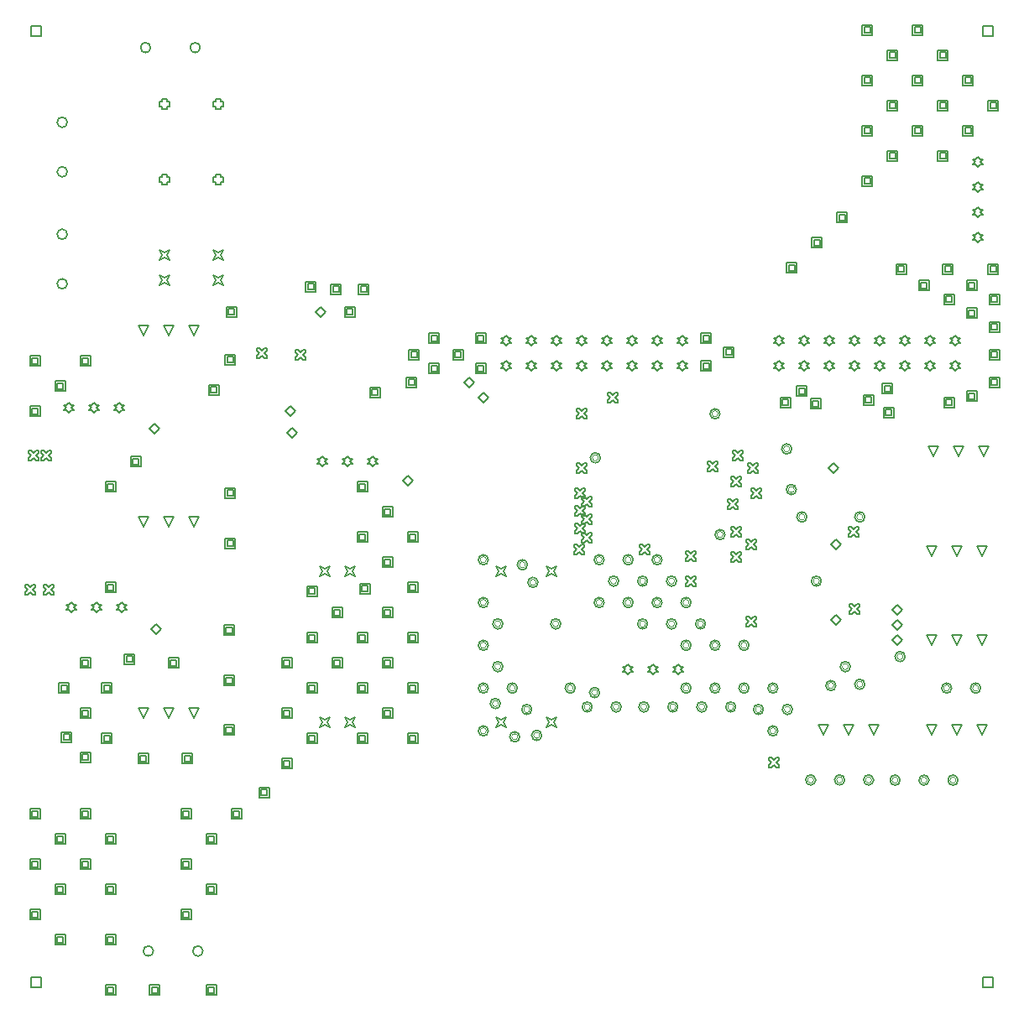
<source format=gbr>
G04 Layer_Color=2752767*
%FSLAX26Y26*%
%MOIN*%
%TF.FileFunction,Drawing*%
%TF.Part,Single*%
G01*
G75*
%TA.AperFunction,NonConductor*%
%ADD48C,0.005000*%
%ADD97C,0.006667*%
%ADD98C,0.004000*%
D48*
X-20000Y-20000D02*
Y20000D01*
X20000D01*
Y-20000D01*
X-20000D01*
X3759526D02*
Y20000D01*
X3799526D01*
Y-20000D01*
X3759526D01*
Y3759528D02*
Y3799528D01*
X3799526D01*
Y3759528D01*
X3759526D01*
X-20000D02*
Y3799528D01*
X20000D01*
Y3759528D01*
X-20000D01*
X625002Y2570000D02*
X605002Y2610000D01*
X645002D01*
X625002Y2570000D01*
X525002D02*
X505002Y2610000D01*
X545002D01*
X525002Y2570000D01*
X425002D02*
X405002Y2610000D01*
X445002D01*
X425002Y2570000D01*
X625002Y1810500D02*
X605002Y1850500D01*
X645002D01*
X625002Y1810500D01*
X525002D02*
X505002Y1850500D01*
X545002D01*
X525002Y1810500D01*
X425002D02*
X405002Y1850500D01*
X445002D01*
X425002Y1810500D01*
X625002Y1051000D02*
X605002Y1091000D01*
X645002D01*
X625002Y1051000D01*
X525002D02*
X505002Y1091000D01*
X545002D01*
X525002Y1051000D01*
X425002D02*
X405002Y1091000D01*
X445002D01*
X425002Y1051000D01*
X3761001Y2090000D02*
X3741001Y2130000D01*
X3781001D01*
X3761001Y2090000D01*
X3661001D02*
X3641001Y2130000D01*
X3681001D01*
X3661001Y2090000D01*
X3561001D02*
X3541001Y2130000D01*
X3581001D01*
X3561001Y2090000D01*
X3554996Y1695000D02*
X3534996Y1735000D01*
X3574996D01*
X3554996Y1695000D01*
X3654996D02*
X3634996Y1735000D01*
X3674996D01*
X3654996Y1695000D01*
X3754996D02*
X3734996Y1735000D01*
X3774996D01*
X3754996Y1695000D01*
X3325001Y985000D02*
X3305001Y1025000D01*
X3345001D01*
X3325001Y985000D01*
X3225001D02*
X3205001Y1025000D01*
X3245001D01*
X3225001Y985000D01*
X3125001D02*
X3105001Y1025000D01*
X3145001D01*
X3125001Y985000D01*
X3754999Y985000D02*
X3734999Y1025000D01*
X3774999D01*
X3754999Y985000D01*
X3654999D02*
X3634999Y1025000D01*
X3674999D01*
X3654999Y985000D01*
X3554999D02*
X3534999Y1025000D01*
X3574999D01*
X3554999Y985000D01*
X3754999Y1340413D02*
X3734999Y1380413D01*
X3774999D01*
X3754999Y1340413D01*
X3654999D02*
X3634999Y1380413D01*
X3674999D01*
X3654999Y1340413D01*
X3554999D02*
X3534999Y1380413D01*
X3574999D01*
X3554999Y1340413D01*
X2065000Y2530000D02*
X2075000Y2540000D01*
X2085000D01*
X2075000Y2550000D01*
X2085000Y2560000D01*
X2075000D01*
X2065000Y2570000D01*
X2055000Y2560000D01*
X2045000D01*
X2055000Y2550000D01*
X2045000Y2540000D01*
X2055000D01*
X2065000Y2530000D01*
X1965000D02*
X1975000Y2540000D01*
X1985000D01*
X1975000Y2550000D01*
X1985000Y2560000D01*
X1975000D01*
X1965000Y2570000D01*
X1955000Y2560000D01*
X1945000D01*
X1955000Y2550000D01*
X1945000Y2540000D01*
X1955000D01*
X1965000Y2530000D01*
X2565000D02*
X2575000Y2540000D01*
X2585000D01*
X2575000Y2550000D01*
X2585000Y2560000D01*
X2575000D01*
X2565000Y2570000D01*
X2555000Y2560000D01*
X2545000D01*
X2555000Y2550000D01*
X2545000Y2540000D01*
X2555000D01*
X2565000Y2530000D01*
X2465000D02*
X2475000Y2540000D01*
X2485000D01*
X2475000Y2550000D01*
X2485000Y2560000D01*
X2475000D01*
X2465000Y2570000D01*
X2455000Y2560000D01*
X2445000D01*
X2455000Y2550000D01*
X2445000Y2540000D01*
X2455000D01*
X2465000Y2530000D01*
X2365000D02*
X2375000Y2540000D01*
X2385000D01*
X2375000Y2550000D01*
X2385000Y2560000D01*
X2375000D01*
X2365000Y2570000D01*
X2355000Y2560000D01*
X2345000D01*
X2355000Y2550000D01*
X2345000Y2540000D01*
X2355000D01*
X2365000Y2530000D01*
X2265000D02*
X2275000Y2540000D01*
X2285000D01*
X2275000Y2550000D01*
X2285000Y2560000D01*
X2275000D01*
X2265000Y2570000D01*
X2255000Y2560000D01*
X2245000D01*
X2255000Y2550000D01*
X2245000Y2540000D01*
X2255000D01*
X2265000Y2530000D01*
X2165000D02*
X2175000Y2540000D01*
X2185000D01*
X2175000Y2550000D01*
X2185000Y2560000D01*
X2175000D01*
X2165000Y2570000D01*
X2155000Y2560000D01*
X2145000D01*
X2155000Y2550000D01*
X2145000Y2540000D01*
X2155000D01*
X2165000Y2530000D01*
X1865000D02*
X1875000Y2540000D01*
X1885000D01*
X1875000Y2550000D01*
X1885000Y2560000D01*
X1875000D01*
X1865000Y2570000D01*
X1855000Y2560000D01*
X1845000D01*
X1855000Y2550000D01*
X1845000Y2540000D01*
X1855000D01*
X1865000Y2530000D01*
X2065000Y2430000D02*
X2075000Y2440000D01*
X2085000D01*
X2075000Y2450000D01*
X2085000Y2460000D01*
X2075000D01*
X2065000Y2470000D01*
X2055000Y2460000D01*
X2045000D01*
X2055000Y2450000D01*
X2045000Y2440000D01*
X2055000D01*
X2065000Y2430000D01*
X1965000D02*
X1975000Y2440000D01*
X1985000D01*
X1975000Y2450000D01*
X1985000Y2460000D01*
X1975000D01*
X1965000Y2470000D01*
X1955000Y2460000D01*
X1945000D01*
X1955000Y2450000D01*
X1945000Y2440000D01*
X1955000D01*
X1965000Y2430000D01*
X2565000D02*
X2575000Y2440000D01*
X2585000D01*
X2575000Y2450000D01*
X2585000Y2460000D01*
X2575000D01*
X2565000Y2470000D01*
X2555000Y2460000D01*
X2545000D01*
X2555000Y2450000D01*
X2545000Y2440000D01*
X2555000D01*
X2565000Y2430000D01*
X2465000D02*
X2475000Y2440000D01*
X2485000D01*
X2475000Y2450000D01*
X2485000Y2460000D01*
X2475000D01*
X2465000Y2470000D01*
X2455000Y2460000D01*
X2445000D01*
X2455000Y2450000D01*
X2445000Y2440000D01*
X2455000D01*
X2465000Y2430000D01*
X2365000D02*
X2375000Y2440000D01*
X2385000D01*
X2375000Y2450000D01*
X2385000Y2460000D01*
X2375000D01*
X2365000Y2470000D01*
X2355000Y2460000D01*
X2345000D01*
X2355000Y2450000D01*
X2345000Y2440000D01*
X2355000D01*
X2365000Y2430000D01*
X2265000D02*
X2275000Y2440000D01*
X2285000D01*
X2275000Y2450000D01*
X2285000Y2460000D01*
X2275000D01*
X2265000Y2470000D01*
X2255000Y2460000D01*
X2245000D01*
X2255000Y2450000D01*
X2245000Y2440000D01*
X2255000D01*
X2265000Y2430000D01*
X2165000D02*
X2175000Y2440000D01*
X2185000D01*
X2175000Y2450000D01*
X2185000Y2460000D01*
X2175000D01*
X2165000Y2470000D01*
X2155000Y2460000D01*
X2145000D01*
X2155000Y2450000D01*
X2145000Y2440000D01*
X2155000D01*
X2165000Y2430000D01*
X1865000D02*
X1875000Y2440000D01*
X1885000D01*
X1875000Y2450000D01*
X1885000Y2460000D01*
X1875000D01*
X1865000Y2470000D01*
X1855000Y2460000D01*
X1845000D01*
X1855000Y2450000D01*
X1845000Y2440000D01*
X1855000D01*
X1865000Y2430000D01*
X3150000D02*
X3160000Y2440000D01*
X3170000D01*
X3160000Y2450000D01*
X3170000Y2460000D01*
X3160000D01*
X3150000Y2470000D01*
X3140000Y2460000D01*
X3130000D01*
X3140000Y2450000D01*
X3130000Y2440000D01*
X3140000D01*
X3150000Y2430000D01*
X3050000D02*
X3060000Y2440000D01*
X3070000D01*
X3060000Y2450000D01*
X3070000Y2460000D01*
X3060000D01*
X3050000Y2470000D01*
X3040000Y2460000D01*
X3030000D01*
X3040000Y2450000D01*
X3030000Y2440000D01*
X3040000D01*
X3050000Y2430000D01*
X3650000D02*
X3660000Y2440000D01*
X3670000D01*
X3660000Y2450000D01*
X3670000Y2460000D01*
X3660000D01*
X3650000Y2470000D01*
X3640000Y2460000D01*
X3630000D01*
X3640000Y2450000D01*
X3630000Y2440000D01*
X3640000D01*
X3650000Y2430000D01*
X3550000D02*
X3560000Y2440000D01*
X3570000D01*
X3560000Y2450000D01*
X3570000Y2460000D01*
X3560000D01*
X3550000Y2470000D01*
X3540000Y2460000D01*
X3530000D01*
X3540000Y2450000D01*
X3530000Y2440000D01*
X3540000D01*
X3550000Y2430000D01*
X3450000D02*
X3460000Y2440000D01*
X3470000D01*
X3460000Y2450000D01*
X3470000Y2460000D01*
X3460000D01*
X3450000Y2470000D01*
X3440000Y2460000D01*
X3430000D01*
X3440000Y2450000D01*
X3430000Y2440000D01*
X3440000D01*
X3450000Y2430000D01*
X3350000D02*
X3360000Y2440000D01*
X3370000D01*
X3360000Y2450000D01*
X3370000Y2460000D01*
X3360000D01*
X3350000Y2470000D01*
X3340000Y2460000D01*
X3330000D01*
X3340000Y2450000D01*
X3330000Y2440000D01*
X3340000D01*
X3350000Y2430000D01*
X3250000D02*
X3260000Y2440000D01*
X3270000D01*
X3260000Y2450000D01*
X3270000Y2460000D01*
X3260000D01*
X3250000Y2470000D01*
X3240000Y2460000D01*
X3230000D01*
X3240000Y2450000D01*
X3230000Y2440000D01*
X3240000D01*
X3250000Y2430000D01*
X2950000D02*
X2960000Y2440000D01*
X2970000D01*
X2960000Y2450000D01*
X2970000Y2460000D01*
X2960000D01*
X2950000Y2470000D01*
X2940000Y2460000D01*
X2930000D01*
X2940000Y2450000D01*
X2930000Y2440000D01*
X2940000D01*
X2950000Y2430000D01*
X3740000Y2940000D02*
X3750000Y2950000D01*
X3760000D01*
X3750000Y2960000D01*
X3760000Y2970000D01*
X3750000D01*
X3740000Y2980000D01*
X3730000Y2970000D01*
X3720000D01*
X3730000Y2960000D01*
X3720000Y2950000D01*
X3730000D01*
X3740000Y2940000D01*
Y3040000D02*
X3750000Y3050000D01*
X3760000D01*
X3750000Y3060000D01*
X3760000Y3070000D01*
X3750000D01*
X3740000Y3080000D01*
X3730000Y3070000D01*
X3720000D01*
X3730000Y3060000D01*
X3720000Y3050000D01*
X3730000D01*
X3740000Y3040000D01*
Y3140000D02*
X3750000Y3150000D01*
X3760000D01*
X3750000Y3160000D01*
X3760000Y3170000D01*
X3750000D01*
X3740000Y3180000D01*
X3730000Y3170000D01*
X3720000D01*
X3730000Y3160000D01*
X3720000Y3150000D01*
X3730000D01*
X3740000Y3140000D01*
Y3240000D02*
X3750000Y3250000D01*
X3760000D01*
X3750000Y3260000D01*
X3760000Y3270000D01*
X3750000D01*
X3740000Y3280000D01*
X3730000Y3270000D01*
X3720000D01*
X3730000Y3260000D01*
X3720000Y3250000D01*
X3730000D01*
X3740000Y3240000D01*
X3150000Y2530000D02*
X3160000Y2540000D01*
X3170000D01*
X3160000Y2550000D01*
X3170000Y2560000D01*
X3160000D01*
X3150000Y2570000D01*
X3140000Y2560000D01*
X3130000D01*
X3140000Y2550000D01*
X3130000Y2540000D01*
X3140000D01*
X3150000Y2530000D01*
X3050000D02*
X3060000Y2540000D01*
X3070000D01*
X3060000Y2550000D01*
X3070000Y2560000D01*
X3060000D01*
X3050000Y2570000D01*
X3040000Y2560000D01*
X3030000D01*
X3040000Y2550000D01*
X3030000Y2540000D01*
X3040000D01*
X3050000Y2530000D01*
X3650000D02*
X3660000Y2540000D01*
X3670000D01*
X3660000Y2550000D01*
X3670000Y2560000D01*
X3660000D01*
X3650000Y2570000D01*
X3640000Y2560000D01*
X3630000D01*
X3640000Y2550000D01*
X3630000Y2540000D01*
X3640000D01*
X3650000Y2530000D01*
X3550000D02*
X3560000Y2540000D01*
X3570000D01*
X3560000Y2550000D01*
X3570000Y2560000D01*
X3560000D01*
X3550000Y2570000D01*
X3540000Y2560000D01*
X3530000D01*
X3540000Y2550000D01*
X3530000Y2540000D01*
X3540000D01*
X3550000Y2530000D01*
X3450000D02*
X3460000Y2540000D01*
X3470000D01*
X3460000Y2550000D01*
X3470000Y2560000D01*
X3460000D01*
X3450000Y2570000D01*
X3440000Y2560000D01*
X3430000D01*
X3440000Y2550000D01*
X3430000Y2540000D01*
X3440000D01*
X3450000Y2530000D01*
X3350000D02*
X3360000Y2540000D01*
X3370000D01*
X3360000Y2550000D01*
X3370000Y2560000D01*
X3360000D01*
X3350000Y2570000D01*
X3340000Y2560000D01*
X3330000D01*
X3340000Y2550000D01*
X3330000Y2540000D01*
X3340000D01*
X3350000Y2530000D01*
X3250000D02*
X3260000Y2540000D01*
X3270000D01*
X3260000Y2550000D01*
X3270000Y2560000D01*
X3260000D01*
X3250000Y2570000D01*
X3240000Y2560000D01*
X3230000D01*
X3240000Y2550000D01*
X3230000Y2540000D01*
X3240000D01*
X3250000Y2530000D01*
X2950000D02*
X2960000Y2540000D01*
X2970000D01*
X2960000Y2550000D01*
X2970000Y2560000D01*
X2960000D01*
X2950000Y2570000D01*
X2940000Y2560000D01*
X2930000D01*
X2940000Y2550000D01*
X2930000Y2540000D01*
X2940000D01*
X2950000Y2530000D01*
X1225000Y1615000D02*
X1235000Y1635000D01*
X1225000Y1655000D01*
X1245000Y1645000D01*
X1265000Y1655000D01*
X1255000Y1635000D01*
X1265000Y1615000D01*
X1245000Y1625000D01*
X1225000Y1615000D01*
X1825000D02*
X1835000Y1635000D01*
X1825000Y1655000D01*
X1845000Y1645000D01*
X1865000Y1655000D01*
X1855000Y1635000D01*
X1865000Y1615000D01*
X1845000Y1625000D01*
X1825000Y1615000D01*
X2025000D02*
X2035000Y1635000D01*
X2025000Y1655000D01*
X2045000Y1645000D01*
X2065000Y1655000D01*
X2055000Y1635000D01*
X2065000Y1615000D01*
X2045000Y1625000D01*
X2025000Y1615000D01*
X1125000D02*
X1135000Y1635000D01*
X1125000Y1655000D01*
X1145000Y1645000D01*
X1165000Y1655000D01*
X1155000Y1635000D01*
X1165000Y1615000D01*
X1145000Y1625000D01*
X1125000Y1615000D01*
X2025000Y1015000D02*
X2035000Y1035000D01*
X2025000Y1055000D01*
X2045000Y1045000D01*
X2065000Y1055000D01*
X2055000Y1035000D01*
X2065000Y1015000D01*
X2045000Y1025000D01*
X2025000Y1015000D01*
X1825000D02*
X1835000Y1035000D01*
X1825000Y1055000D01*
X1845000Y1045000D01*
X1865000Y1055000D01*
X1855000Y1035000D01*
X1865000Y1015000D01*
X1845000Y1025000D01*
X1825000Y1015000D01*
X1225000D02*
X1235000Y1035000D01*
X1225000Y1055000D01*
X1245000Y1045000D01*
X1265000Y1055000D01*
X1255000Y1035000D01*
X1265000Y1015000D01*
X1245000Y1025000D01*
X1225000Y1015000D01*
X1125000D02*
X1135000Y1035000D01*
X1125000Y1055000D01*
X1145000Y1045000D01*
X1165000Y1055000D01*
X1155000Y1035000D01*
X1165000Y1015000D01*
X1145000Y1025000D01*
X1125000Y1015000D01*
X130000Y2265000D02*
X140000Y2275000D01*
X150000D01*
X140000Y2285000D01*
X150000Y2295000D01*
X140000D01*
X130000Y2305000D01*
X120000Y2295000D01*
X110000D01*
X120000Y2285000D01*
X110000Y2275000D01*
X120000D01*
X130000Y2265000D01*
X230000D02*
X240000Y2275000D01*
X250000D01*
X240000Y2285000D01*
X250000Y2295000D01*
X240000D01*
X230000Y2305000D01*
X220000Y2295000D01*
X210000D01*
X220000Y2285000D01*
X210000Y2275000D01*
X220000D01*
X230000Y2265000D01*
X330000D02*
X340000Y2275000D01*
X350000D01*
X340000Y2285000D01*
X350000Y2295000D01*
X340000D01*
X330000Y2305000D01*
X320000Y2295000D01*
X310000D01*
X320000Y2285000D01*
X310000Y2275000D01*
X320000D01*
X330000Y2265000D01*
X2350000Y1225000D02*
X2360000Y1235000D01*
X2370000D01*
X2360000Y1245000D01*
X2370000Y1255000D01*
X2360000D01*
X2350000Y1265000D01*
X2340000Y1255000D01*
X2330000D01*
X2340000Y1245000D01*
X2330000Y1235000D01*
X2340000D01*
X2350000Y1225000D01*
X2450000D02*
X2460000Y1235000D01*
X2470000D01*
X2460000Y1245000D01*
X2470000Y1255000D01*
X2460000D01*
X2450000Y1265000D01*
X2440000Y1255000D01*
X2430000D01*
X2440000Y1245000D01*
X2430000Y1235000D01*
X2440000D01*
X2450000Y1225000D01*
X2550000D02*
X2560000Y1235000D01*
X2570000D01*
X2560000Y1245000D01*
X2570000Y1255000D01*
X2560000D01*
X2550000Y1265000D01*
X2540000Y1255000D01*
X2530000D01*
X2540000Y1245000D01*
X2530000Y1235000D01*
X2540000D01*
X2550000Y1225000D01*
X139843Y1470000D02*
X149843Y1480000D01*
X159843D01*
X149843Y1490000D01*
X159843Y1500000D01*
X149843D01*
X139843Y1510000D01*
X129843Y1500000D01*
X119843D01*
X129843Y1490000D01*
X119843Y1480000D01*
X129843D01*
X139843Y1470000D01*
X239843D02*
X249843Y1480000D01*
X259842D01*
X249843Y1490000D01*
X259842Y1500000D01*
X249843D01*
X239843Y1510000D01*
X229843Y1500000D01*
X219843D01*
X229843Y1490000D01*
X219843Y1480000D01*
X229843D01*
X239843Y1470000D01*
X339842D02*
X349842Y1480000D01*
X359842D01*
X349842Y1490000D01*
X359842Y1500000D01*
X349842D01*
X339842Y1510000D01*
X329842Y1500000D01*
X319842D01*
X329842Y1490000D01*
X319842Y1480000D01*
X329842D01*
X339842Y1470000D01*
X1135000Y2050000D02*
X1145000Y2060000D01*
X1155000D01*
X1145000Y2070000D01*
X1155000Y2080000D01*
X1145000D01*
X1135000Y2090000D01*
X1125000Y2080000D01*
X1115000D01*
X1125000Y2070000D01*
X1115000Y2060000D01*
X1125000D01*
X1135000Y2050000D01*
X1235000D02*
X1245000Y2060000D01*
X1255000D01*
X1245000Y2070000D01*
X1255000Y2080000D01*
X1245000D01*
X1235000Y2090000D01*
X1225000Y2080000D01*
X1215000D01*
X1225000Y2070000D01*
X1215000Y2060000D01*
X1225000D01*
X1235000Y2050000D01*
X1335000D02*
X1345000Y2060000D01*
X1355000D01*
X1345000Y2070000D01*
X1355000Y2080000D01*
X1345000D01*
X1335000Y2090000D01*
X1325000Y2080000D01*
X1315000D01*
X1325000Y2070000D01*
X1315000Y2060000D01*
X1325000D01*
X1335000Y2050000D01*
X488787Y2770000D02*
X498787Y2790000D01*
X488787Y2810000D01*
X508787Y2800000D01*
X528787Y2810000D01*
X518787Y2790000D01*
X528787Y2770000D01*
X508787Y2780000D01*
X488787Y2770000D01*
Y2870000D02*
X498787Y2890000D01*
X488787Y2910000D01*
X508787Y2900000D01*
X528787Y2910000D01*
X518787Y2890000D01*
X528787Y2870000D01*
X508787Y2880000D01*
X488787Y2870000D01*
X498787Y3180000D02*
Y3170000D01*
X518787D01*
Y3180000D01*
X528787D01*
Y3200000D01*
X518787D01*
Y3210000D01*
X498787D01*
Y3200000D01*
X488787D01*
Y3180000D01*
X498787D01*
Y3480000D02*
Y3470000D01*
X518787D01*
Y3480000D01*
X528787D01*
Y3500000D01*
X518787D01*
Y3510000D01*
X498787D01*
Y3500000D01*
X488787D01*
Y3480000D01*
X498787D01*
X703787Y2770000D02*
X713787Y2790000D01*
X703787Y2810000D01*
X723787Y2800000D01*
X743787Y2810000D01*
X733787Y2790000D01*
X743787Y2770000D01*
X723787Y2780000D01*
X703787Y2770000D01*
Y2870000D02*
X713787Y2890000D01*
X703787Y2910000D01*
X723787Y2900000D01*
X743787Y2910000D01*
X733787Y2890000D01*
X743787Y2870000D01*
X723787Y2880000D01*
X703787Y2870000D01*
X713787Y3180000D02*
Y3170000D01*
X733787D01*
Y3180000D01*
X743787D01*
Y3200000D01*
X733787D01*
Y3210000D01*
X713787D01*
Y3200000D01*
X703787D01*
Y3180000D01*
X713787D01*
Y3480000D02*
Y3470000D01*
X733787D01*
Y3480000D01*
X743787D01*
Y3500000D01*
X733787D01*
Y3510000D01*
X713787D01*
Y3500000D01*
X703787D01*
Y3480000D01*
X713787D01*
X1029685Y2475000D02*
X1039685D01*
X1049685Y2485000D01*
X1059685Y2475000D01*
X1069685D01*
Y2485000D01*
X1059685Y2495000D01*
X1069685Y2505000D01*
Y2515000D01*
X1059685D01*
X1049685Y2505000D01*
X1039685Y2515000D01*
X1029685D01*
Y2505000D01*
X1039685Y2495000D01*
X1029685Y2485000D01*
Y2475000D01*
X874685Y2480000D02*
X884685D01*
X894685Y2490000D01*
X904685Y2480000D01*
X914685D01*
Y2490000D01*
X904685Y2500000D01*
X914685Y2510000D01*
Y2520000D01*
X904685D01*
X894685Y2510000D01*
X884685Y2520000D01*
X874685D01*
Y2510000D01*
X884685Y2500000D01*
X874685Y2490000D01*
Y2480000D01*
X30000Y1540000D02*
X40000D01*
X50000Y1550000D01*
X60000Y1540000D01*
X70000D01*
Y1550000D01*
X60000Y1560000D01*
X70000Y1570000D01*
Y1580000D01*
X60000D01*
X50000Y1570000D01*
X40000Y1580000D01*
X30000D01*
Y1570000D01*
X40000Y1560000D01*
X30000Y1550000D01*
Y1540000D01*
X-45000D02*
X-35000D01*
X-25000Y1550000D01*
X-15000Y1540000D01*
X-5000D01*
Y1550000D01*
X-15000Y1560000D01*
X-5000Y1570000D01*
Y1580000D01*
X-15000D01*
X-25000Y1570000D01*
X-35000Y1580000D01*
X-45000D01*
Y1570000D01*
X-35000Y1560000D01*
X-45000Y1550000D01*
Y1540000D01*
X20000Y2075000D02*
X30000D01*
X40000Y2085000D01*
X50000Y2075000D01*
X60000D01*
Y2085000D01*
X50000Y2095000D01*
X60000Y2105000D01*
Y2115000D01*
X50000D01*
X40000Y2105000D01*
X30000Y2115000D01*
X20000D01*
Y2105000D01*
X30000Y2095000D01*
X20000Y2085000D01*
Y2075000D01*
X-30000D02*
X-20000D01*
X-10000Y2085000D01*
X0Y2075000D01*
X10000D01*
Y2085000D01*
X0Y2095000D01*
X10000Y2105000D01*
Y2115000D01*
X0D01*
X-10000Y2105000D01*
X-20000Y2115000D01*
X-30000D01*
Y2105000D01*
X-20000Y2095000D01*
X-30000Y2085000D01*
Y2075000D01*
X990000Y2270000D02*
X1010000Y2290000D01*
X1030000Y2270000D01*
X1010000Y2250000D01*
X990000Y2270000D01*
X1109685Y2665000D02*
X1129685Y2685000D01*
X1149685Y2665000D01*
X1129685Y2645000D01*
X1109685Y2665000D01*
X450000Y2199882D02*
X470000Y2219882D01*
X490000Y2199882D01*
X470000Y2179882D01*
X450000Y2199882D01*
X455000Y1405000D02*
X475000Y1425000D01*
X495000Y1405000D01*
X475000Y1385000D01*
X455000Y1405000D01*
X3400000Y1360000D02*
X3420000Y1380000D01*
X3440000Y1360000D01*
X3420000Y1340000D01*
X3400000Y1360000D01*
Y1480000D02*
X3420000Y1500000D01*
X3440000Y1480000D01*
X3420000Y1460000D01*
X3400000Y1480000D01*
X3145000Y2045000D02*
X3165000Y2065000D01*
X3185000Y2045000D01*
X3165000Y2025000D01*
X3145000Y2045000D01*
X3155000Y1740000D02*
X3175000Y1760000D01*
X3195000Y1740000D01*
X3175000Y1720000D01*
X3155000Y1740000D01*
X3225000Y1770000D02*
X3235000D01*
X3245000Y1780000D01*
X3255000Y1770000D01*
X3265000D01*
Y1780000D01*
X3255000Y1790000D01*
X3265000Y1800000D01*
Y1810000D01*
X3255000D01*
X3245000Y1800000D01*
X3235000Y1810000D01*
X3225000D01*
Y1800000D01*
X3235000Y1790000D01*
X3225000Y1780000D01*
Y1770000D01*
X3230000Y1465000D02*
X3240000D01*
X3250000Y1475000D01*
X3260000Y1465000D01*
X3270000D01*
Y1475000D01*
X3260000Y1485000D01*
X3270000Y1495000D01*
Y1505000D01*
X3260000D01*
X3250000Y1495000D01*
X3240000Y1505000D01*
X3230000D01*
Y1495000D01*
X3240000Y1485000D01*
X3230000Y1475000D01*
Y1465000D01*
X3155000Y1440000D02*
X3175000Y1460000D01*
X3195000Y1440000D01*
X3175000Y1420000D01*
X3155000Y1440000D01*
X2140000Y1925000D02*
X2150000D01*
X2160000Y1935000D01*
X2170000Y1925000D01*
X2180000D01*
Y1935000D01*
X2170000Y1945000D01*
X2180000Y1955000D01*
Y1965000D01*
X2170000D01*
X2160000Y1955000D01*
X2150000Y1965000D01*
X2140000D01*
Y1955000D01*
X2150000Y1945000D01*
X2140000Y1935000D01*
Y1925000D01*
Y1855000D02*
X2150000D01*
X2160000Y1865000D01*
X2170000Y1855000D01*
X2180000D01*
Y1865000D01*
X2170000Y1875000D01*
X2180000Y1885000D01*
Y1895000D01*
X2170000D01*
X2160000Y1885000D01*
X2150000Y1895000D01*
X2140000D01*
Y1885000D01*
X2150000Y1875000D01*
X2140000Y1865000D01*
Y1855000D01*
X2165000Y1890000D02*
X2175000D01*
X2185000Y1900000D01*
X2195000Y1890000D01*
X2205000D01*
Y1900000D01*
X2195000Y1910000D01*
X2205000Y1920000D01*
Y1930000D01*
X2195000D01*
X2185000Y1920000D01*
X2175000Y1930000D01*
X2165000D01*
Y1920000D01*
X2175000Y1910000D01*
X2165000Y1900000D01*
Y1890000D01*
Y1820000D02*
X2175000D01*
X2185000Y1830000D01*
X2195000Y1820000D01*
X2205000D01*
Y1830000D01*
X2195000Y1840000D01*
X2205000Y1850000D01*
Y1860000D01*
X2195000D01*
X2185000Y1850000D01*
X2175000Y1860000D01*
X2165000D01*
Y1850000D01*
X2175000Y1840000D01*
X2165000Y1830000D01*
Y1820000D01*
X2140000Y1783579D02*
X2150000D01*
X2160000Y1793579D01*
X2170000Y1783579D01*
X2180000D01*
Y1793579D01*
X2170000Y1803579D01*
X2180000Y1813579D01*
Y1823579D01*
X2170000D01*
X2160000Y1813579D01*
X2150000Y1823579D01*
X2140000D01*
Y1813579D01*
X2150000Y1803579D01*
X2140000Y1793579D01*
Y1783579D01*
X2165000Y1748224D02*
X2175000D01*
X2185000Y1758224D01*
X2195000Y1748224D01*
X2205000D01*
Y1758224D01*
X2195000Y1768224D01*
X2205000Y1778224D01*
Y1788224D01*
X2195000D01*
X2185000Y1778224D01*
X2175000Y1788224D01*
X2165000D01*
Y1778224D01*
X2175000Y1768224D01*
X2165000Y1758224D01*
Y1748224D01*
X2840000Y1925000D02*
X2850000D01*
X2860000Y1935000D01*
X2870000Y1925000D01*
X2880000D01*
Y1935000D01*
X2870000Y1945000D01*
X2880000Y1955000D01*
Y1965000D01*
X2870000D01*
X2860000Y1955000D01*
X2850000Y1965000D01*
X2840000D01*
Y1955000D01*
X2850000Y1945000D01*
X2840000Y1935000D01*
Y1925000D01*
X2745000Y1879645D02*
X2755000D01*
X2765000Y1889645D01*
X2775000Y1879645D01*
X2785000D01*
Y1889645D01*
X2775000Y1899645D01*
X2785000Y1909645D01*
Y1919645D01*
X2775000D01*
X2765000Y1909645D01*
X2755000Y1919645D01*
X2745000D01*
Y1909645D01*
X2755000Y1899645D01*
X2745000Y1889645D01*
Y1879645D01*
X2760000Y1970000D02*
X2770000D01*
X2780000Y1980000D01*
X2790000Y1970000D01*
X2800000D01*
Y1980000D01*
X2790000Y1990000D01*
X2800000Y2000000D01*
Y2010000D01*
X2790000D01*
X2780000Y2000000D01*
X2770000Y2010000D01*
X2760000D01*
Y2000000D01*
X2770000Y1990000D01*
X2760000Y1980000D01*
Y1970000D01*
X2765000Y2075000D02*
X2775000D01*
X2785000Y2085000D01*
X2795000Y2075000D01*
X2805000D01*
Y2085000D01*
X2795000Y2095000D01*
X2805000Y2105000D01*
Y2115000D01*
X2795000D01*
X2785000Y2105000D01*
X2775000Y2115000D01*
X2765000D01*
Y2105000D01*
X2775000Y2095000D01*
X2765000Y2085000D01*
Y2075000D01*
X2760000Y1770000D02*
X2770000D01*
X2780000Y1780000D01*
X2790000Y1770000D01*
X2800000D01*
Y1780000D01*
X2790000Y1790000D01*
X2800000Y1800000D01*
Y1810000D01*
X2790000D01*
X2780000Y1800000D01*
X2770000Y1810000D01*
X2760000D01*
Y1800000D01*
X2770000Y1790000D01*
X2760000Y1780000D01*
Y1770000D01*
Y1670000D02*
X2770000D01*
X2780000Y1680000D01*
X2790000Y1670000D01*
X2800000D01*
Y1680000D01*
X2790000Y1690000D01*
X2800000Y1700000D01*
Y1710000D01*
X2790000D01*
X2780000Y1700000D01*
X2770000Y1710000D01*
X2760000D01*
Y1700000D01*
X2770000Y1690000D01*
X2760000Y1680000D01*
Y1670000D01*
X2580000Y1675000D02*
X2590000D01*
X2600000Y1685000D01*
X2610000Y1675000D01*
X2620000D01*
Y1685000D01*
X2610000Y1695000D01*
X2620000Y1705000D01*
Y1715000D01*
X2610000D01*
X2600000Y1705000D01*
X2590000Y1715000D01*
X2580000D01*
Y1705000D01*
X2590000Y1695000D01*
X2580000Y1685000D01*
Y1675000D01*
Y1575000D02*
X2590000D01*
X2600000Y1585000D01*
X2610000Y1575000D01*
X2620000D01*
Y1585000D01*
X2610000Y1595000D01*
X2620000Y1605000D01*
Y1615000D01*
X2610000D01*
X2600000Y1605000D01*
X2590000Y1615000D01*
X2580000D01*
Y1605000D01*
X2590000Y1595000D01*
X2580000Y1585000D01*
Y1575000D01*
X2820000Y1415000D02*
X2830000D01*
X2840000Y1425000D01*
X2850000Y1415000D01*
X2860000D01*
Y1425000D01*
X2850000Y1435000D01*
X2860000Y1445000D01*
Y1455000D01*
X2850000D01*
X2840000Y1445000D01*
X2830000Y1455000D01*
X2820000D01*
Y1445000D01*
X2830000Y1435000D01*
X2820000Y1425000D01*
Y1415000D01*
Y1720000D02*
X2830000D01*
X2840000Y1730000D01*
X2850000Y1720000D01*
X2860000D01*
Y1730000D01*
X2850000Y1740000D01*
X2860000Y1750000D01*
Y1760000D01*
X2850000D01*
X2840000Y1750000D01*
X2830000Y1760000D01*
X2820000D01*
Y1750000D01*
X2830000Y1740000D01*
X2820000Y1730000D01*
Y1720000D01*
X2825000Y2025000D02*
X2835000D01*
X2845000Y2035000D01*
X2855000Y2025000D01*
X2865000D01*
Y2035000D01*
X2855000Y2045000D01*
X2865000Y2055000D01*
Y2065000D01*
X2855000D01*
X2845000Y2055000D01*
X2835000Y2065000D01*
X2825000D01*
Y2055000D01*
X2835000Y2045000D01*
X2825000Y2035000D01*
Y2025000D01*
X2910000Y855000D02*
X2920000D01*
X2930000Y865000D01*
X2940000Y855000D01*
X2950000D01*
Y865000D01*
X2940000Y875000D01*
X2950000Y885000D01*
Y895000D01*
X2940000D01*
X2930000Y885000D01*
X2920000Y895000D01*
X2910000D01*
Y885000D01*
X2920000Y875000D01*
X2910000Y865000D01*
Y855000D01*
X2145000Y2025000D02*
X2155000D01*
X2165000Y2035000D01*
X2175000Y2025000D01*
X2185000D01*
Y2035000D01*
X2175000Y2045000D01*
X2185000Y2055000D01*
Y2065000D01*
X2175000D01*
X2165000Y2055000D01*
X2155000Y2065000D01*
X2145000D01*
Y2055000D01*
X2155000Y2045000D01*
X2145000Y2035000D01*
Y2025000D01*
X2665000Y2030000D02*
X2675000D01*
X2685000Y2040000D01*
X2695000Y2030000D01*
X2705000D01*
Y2040000D01*
X2695000Y2050000D01*
X2705000Y2060000D01*
Y2070000D01*
X2695000D01*
X2685000Y2060000D01*
X2675000Y2070000D01*
X2665000D01*
Y2060000D01*
X2675000Y2050000D01*
X2665000Y2040000D01*
Y2030000D01*
X2395000Y1700000D02*
X2405000D01*
X2415000Y1710000D01*
X2425000Y1700000D01*
X2435000D01*
Y1710000D01*
X2425000Y1720000D01*
X2435000Y1730000D01*
Y1740000D01*
X2425000D01*
X2415000Y1730000D01*
X2405000Y1740000D01*
X2395000D01*
Y1730000D01*
X2405000Y1720000D01*
X2395000Y1710000D01*
Y1700000D01*
X2135000D02*
X2145000D01*
X2155000Y1710000D01*
X2165000Y1700000D01*
X2175000D01*
Y1710000D01*
X2165000Y1720000D01*
X2175000Y1730000D01*
Y1740000D01*
X2165000D01*
X2155000Y1730000D01*
X2145000Y1740000D01*
X2135000D01*
Y1730000D01*
X2145000Y1720000D01*
X2135000Y1710000D01*
Y1700000D01*
X2270000Y2305000D02*
X2280000D01*
X2290000Y2315000D01*
X2300000Y2305000D01*
X2310000D01*
Y2315000D01*
X2300000Y2325000D01*
X2310000Y2335000D01*
Y2345000D01*
X2300000D01*
X2290000Y2335000D01*
X2280000Y2345000D01*
X2270000D01*
Y2335000D01*
X2280000Y2325000D01*
X2270000Y2315000D01*
Y2305000D01*
X2145000Y2241535D02*
X2155000D01*
X2165000Y2251535D01*
X2175000Y2241535D01*
X2185000D01*
Y2251535D01*
X2175000Y2261535D01*
X2185000Y2271535D01*
Y2281535D01*
X2175000D01*
X2165000Y2271535D01*
X2155000Y2281535D01*
X2145000D01*
Y2271535D01*
X2155000Y2261535D01*
X2145000Y2251535D01*
Y2241535D01*
X1700000Y2385000D02*
X1720000Y2405000D01*
X1740000Y2385000D01*
X1720000Y2365000D01*
X1700000Y2385000D01*
X1755000Y2325000D02*
X1775000Y2345000D01*
X1795000Y2325000D01*
X1775000Y2305000D01*
X1755000Y2325000D01*
X995000Y2185000D02*
X1015000Y2205000D01*
X1035000Y2185000D01*
X1015000Y2165000D01*
X995000Y2185000D01*
X1455000Y1995000D02*
X1475000Y2015000D01*
X1495000Y1995000D01*
X1475000Y1975000D01*
X1455000Y1995000D01*
X3280000Y3565000D02*
Y3605000D01*
X3320000D01*
Y3565000D01*
X3280000D01*
X3288000Y3573000D02*
Y3597000D01*
X3312000D01*
Y3573000D01*
X3288000D01*
X3380000Y3465000D02*
Y3505000D01*
X3420000D01*
Y3465000D01*
X3380000D01*
X3388000Y3473000D02*
Y3497000D01*
X3412000D01*
Y3473000D01*
X3388000D01*
X3480000Y3565000D02*
Y3605000D01*
X3520000D01*
Y3565000D01*
X3480000D01*
X3488000Y3573000D02*
Y3597000D01*
X3512000D01*
Y3573000D01*
X3488000D01*
X3580000Y3465000D02*
Y3505000D01*
X3620000D01*
Y3465000D01*
X3580000D01*
X3588000Y3473000D02*
Y3497000D01*
X3612000D01*
Y3473000D01*
X3588000D01*
X3380000Y3665000D02*
Y3705000D01*
X3420000D01*
Y3665000D01*
X3380000D01*
X3388000Y3673000D02*
Y3697000D01*
X3412000D01*
Y3673000D01*
X3388000D01*
X3580000Y3665000D02*
Y3705000D01*
X3620000D01*
Y3665000D01*
X3580000D01*
X3588000Y3673000D02*
Y3697000D01*
X3612000D01*
Y3673000D01*
X3588000D01*
X3480000Y3765000D02*
Y3805000D01*
X3520000D01*
Y3765000D01*
X3480000D01*
X3488000Y3773000D02*
Y3797000D01*
X3512000D01*
Y3773000D01*
X3488000D01*
X3280000Y3765000D02*
Y3805000D01*
X3320000D01*
Y3765000D01*
X3280000D01*
X3288000Y3773000D02*
Y3797000D01*
X3312000D01*
Y3773000D01*
X3288000D01*
X3680000Y3565000D02*
Y3605000D01*
X3720000D01*
Y3565000D01*
X3680000D01*
X3688000Y3573000D02*
Y3597000D01*
X3712000D01*
Y3573000D01*
X3688000D01*
X3280000Y3365000D02*
Y3405000D01*
X3320000D01*
Y3365000D01*
X3280000D01*
X3288000Y3373000D02*
Y3397000D01*
X3312000D01*
Y3373000D01*
X3288000D01*
X3480000Y3365000D02*
Y3405000D01*
X3520000D01*
Y3365000D01*
X3480000D01*
X3488000Y3373000D02*
Y3397000D01*
X3512000D01*
Y3373000D01*
X3488000D01*
X3680000Y3365000D02*
Y3405000D01*
X3720000D01*
Y3365000D01*
X3680000D01*
X3688000Y3373000D02*
Y3397000D01*
X3712000D01*
Y3373000D01*
X3688000D01*
X3780000Y3465000D02*
Y3505000D01*
X3820000D01*
Y3465000D01*
X3780000D01*
X3788000Y3473000D02*
Y3497000D01*
X3812000D01*
Y3473000D01*
X3788000D01*
X3580000Y3265000D02*
Y3305000D01*
X3620000D01*
Y3265000D01*
X3580000D01*
X3588000Y3273000D02*
Y3297000D01*
X3612000D01*
Y3273000D01*
X3588000D01*
X3380000Y3265000D02*
Y3305000D01*
X3420000D01*
Y3265000D01*
X3380000D01*
X3388000Y3273000D02*
Y3297000D01*
X3412000D01*
Y3273000D01*
X3388000D01*
X3280000Y3165000D02*
Y3205000D01*
X3320000D01*
Y3165000D01*
X3280000D01*
X3288000Y3173000D02*
Y3197000D01*
X3312000D01*
Y3173000D01*
X3288000D01*
X3180000Y3020000D02*
Y3060000D01*
X3220000D01*
Y3020000D01*
X3180000D01*
X3188000Y3028000D02*
Y3052000D01*
X3212000D01*
Y3028000D01*
X3188000D01*
X2980000Y2820000D02*
Y2860000D01*
X3020000D01*
Y2820000D01*
X2980000D01*
X2988000Y2828000D02*
Y2852000D01*
X3012000D01*
Y2828000D01*
X2988000D01*
X3080000Y2920000D02*
Y2960000D01*
X3120000D01*
Y2920000D01*
X3080000D01*
X3088000Y2928000D02*
Y2952000D01*
X3112000D01*
Y2928000D01*
X3088000D01*
X3695000Y2750000D02*
Y2790000D01*
X3735000D01*
Y2750000D01*
X3695000D01*
X3703000Y2758000D02*
Y2782000D01*
X3727000D01*
Y2758000D01*
X3703000D01*
X3780000Y2815000D02*
Y2855000D01*
X3820000D01*
Y2815000D01*
X3780000D01*
X3788000Y2823000D02*
Y2847000D01*
X3812000D01*
Y2823000D01*
X3788000D01*
X3600000Y2815000D02*
Y2855000D01*
X3640000D01*
Y2815000D01*
X3600000D01*
X3608000Y2823000D02*
Y2847000D01*
X3632000D01*
Y2823000D01*
X3608000D01*
X3605000Y2695000D02*
Y2735000D01*
X3645000D01*
Y2695000D01*
X3605000D01*
X3613000Y2703000D02*
Y2727000D01*
X3637000D01*
Y2703000D01*
X3613000D01*
X3505000Y2750000D02*
Y2790000D01*
X3545000D01*
Y2750000D01*
X3505000D01*
X3513000Y2758000D02*
Y2782000D01*
X3537000D01*
Y2758000D01*
X3513000D01*
X3415000Y2815000D02*
Y2855000D01*
X3455000D01*
Y2815000D01*
X3415000D01*
X3423000Y2823000D02*
Y2847000D01*
X3447000D01*
Y2823000D01*
X3423000D01*
X3785000Y2695000D02*
Y2735000D01*
X3825000D01*
Y2695000D01*
X3785000D01*
X3793000Y2703000D02*
Y2727000D01*
X3817000D01*
Y2703000D01*
X3793000D01*
X3695000Y2640000D02*
Y2680000D01*
X3735000D01*
Y2640000D01*
X3695000D01*
X3703000Y2648000D02*
Y2672000D01*
X3727000D01*
Y2648000D01*
X3703000D01*
X3785000Y2585000D02*
Y2625000D01*
X3825000D01*
Y2585000D01*
X3785000D01*
X3793000Y2593000D02*
Y2617000D01*
X3817000D01*
Y2593000D01*
X3793000D01*
X3785000Y2475000D02*
Y2515000D01*
X3825000D01*
Y2475000D01*
X3785000D01*
X3793000Y2483000D02*
Y2507000D01*
X3817000D01*
Y2483000D01*
X3793000D01*
X3785000Y2365000D02*
Y2405000D01*
X3825000D01*
Y2365000D01*
X3785000D01*
X3793000Y2373000D02*
Y2397000D01*
X3817000D01*
Y2373000D01*
X3793000D01*
X3695000Y2310000D02*
Y2350000D01*
X3735000D01*
Y2310000D01*
X3695000D01*
X3703000Y2318000D02*
Y2342000D01*
X3727000D01*
Y2318000D01*
X3703000D01*
X3605000Y2285000D02*
Y2325000D01*
X3645000D01*
Y2285000D01*
X3605000D01*
X3613000Y2293000D02*
Y2317000D01*
X3637000D01*
Y2293000D01*
X3613000D01*
X3360000Y2340000D02*
Y2380000D01*
X3400000D01*
Y2340000D01*
X3360000D01*
X3368000Y2348000D02*
Y2372000D01*
X3392000D01*
Y2348000D01*
X3368000D01*
X3285000Y2295000D02*
Y2335000D01*
X3325000D01*
Y2295000D01*
X3285000D01*
X3293000Y2303000D02*
Y2327000D01*
X3317000D01*
Y2303000D01*
X3293000D01*
X3365000Y2245000D02*
Y2285000D01*
X3405000D01*
Y2245000D01*
X3365000D01*
X3373000Y2253000D02*
Y2277000D01*
X3397000D01*
Y2253000D01*
X3373000D01*
X2955000Y2285000D02*
Y2325000D01*
X2995000D01*
Y2285000D01*
X2955000D01*
X2963000Y2293000D02*
Y2317000D01*
X2987000D01*
Y2293000D01*
X2963000D01*
X3020000Y2330000D02*
Y2370000D01*
X3060000D01*
Y2330000D01*
X3020000D01*
X3028000Y2338000D02*
Y2362000D01*
X3052000D01*
Y2338000D01*
X3028000D01*
X3075000Y2280000D02*
Y2320000D01*
X3115000D01*
Y2280000D01*
X3075000D01*
X3083000Y2288000D02*
Y2312000D01*
X3107000D01*
Y2288000D01*
X3083000D01*
X2640000Y2430000D02*
Y2470000D01*
X2680000D01*
Y2430000D01*
X2640000D01*
X2648000Y2438000D02*
Y2462000D01*
X2672000D01*
Y2438000D01*
X2648000D01*
X2640000Y2540000D02*
Y2580000D01*
X2680000D01*
Y2540000D01*
X2640000D01*
X2648000Y2548000D02*
Y2572000D01*
X2672000D01*
Y2548000D01*
X2648000D01*
X2730000Y2485000D02*
Y2525000D01*
X2770000D01*
Y2485000D01*
X2730000D01*
X2738000Y2493000D02*
Y2517000D01*
X2762000D01*
Y2493000D01*
X2738000D01*
X1745000Y2420000D02*
Y2460000D01*
X1785000D01*
Y2420000D01*
X1745000D01*
X1753000Y2428000D02*
Y2452000D01*
X1777000D01*
Y2428000D01*
X1753000D01*
X1560000Y2420000D02*
Y2460000D01*
X1600000D01*
Y2420000D01*
X1560000D01*
X1568000Y2428000D02*
Y2452000D01*
X1592000D01*
Y2428000D01*
X1568000D01*
X1560000Y2540000D02*
Y2580000D01*
X1600000D01*
Y2540000D01*
X1560000D01*
X1568000Y2548000D02*
Y2572000D01*
X1592000D01*
Y2548000D01*
X1568000D01*
X1745000Y2540000D02*
Y2580000D01*
X1785000D01*
Y2540000D01*
X1745000D01*
X1753000Y2548000D02*
Y2572000D01*
X1777000D01*
Y2548000D01*
X1753000D01*
X1655000Y2475000D02*
Y2515000D01*
X1695000D01*
Y2475000D01*
X1655000D01*
X1663000Y2483000D02*
Y2507000D01*
X1687000D01*
Y2483000D01*
X1663000D01*
X1470000Y2365000D02*
Y2405000D01*
X1510000D01*
Y2365000D01*
X1470000D01*
X1478000Y2373000D02*
Y2397000D01*
X1502000D01*
Y2373000D01*
X1478000D01*
X1480000Y2475000D02*
Y2515000D01*
X1520000D01*
Y2475000D01*
X1480000D01*
X1488000Y2483000D02*
Y2507000D01*
X1512000D01*
Y2483000D01*
X1488000D01*
X1325000Y2325000D02*
Y2365000D01*
X1365000D01*
Y2325000D01*
X1325000D01*
X1333000Y2333000D02*
Y2357000D01*
X1357000D01*
Y2333000D01*
X1333000D01*
X1280000Y2735000D02*
Y2775000D01*
X1320000D01*
Y2735000D01*
X1280000D01*
X1288000Y2743000D02*
Y2767000D01*
X1312000D01*
Y2743000D01*
X1288000D01*
X1225000Y2645000D02*
Y2685000D01*
X1265000D01*
Y2645000D01*
X1225000D01*
X1233000Y2653000D02*
Y2677000D01*
X1257000D01*
Y2653000D01*
X1233000D01*
X1170000Y2735000D02*
Y2775000D01*
X1210000D01*
Y2735000D01*
X1170000D01*
X1178000Y2743000D02*
Y2767000D01*
X1202000D01*
Y2743000D01*
X1178000D01*
X1070000Y2745000D02*
Y2785000D01*
X1110000D01*
Y2745000D01*
X1070000D01*
X1078000Y2753000D02*
Y2777000D01*
X1102000D01*
Y2753000D01*
X1078000D01*
X1475000Y950000D02*
Y990000D01*
X1515000D01*
Y950000D01*
X1475000D01*
X1483000Y958000D02*
Y982000D01*
X1507000D01*
Y958000D01*
X1483000D01*
X1275000Y950000D02*
Y990000D01*
X1315000D01*
Y950000D01*
X1275000D01*
X1283000Y958000D02*
Y982000D01*
X1307000D01*
Y958000D01*
X1283000D01*
X1075000Y950000D02*
Y990000D01*
X1115000D01*
Y950000D01*
X1075000D01*
X1083000Y958000D02*
Y982000D01*
X1107000D01*
Y958000D01*
X1083000D01*
X1475000Y1150000D02*
Y1190000D01*
X1515000D01*
Y1150000D01*
X1475000D01*
X1483000Y1158000D02*
Y1182000D01*
X1507000D01*
Y1158000D01*
X1483000D01*
X1075000Y1350000D02*
Y1390000D01*
X1115000D01*
Y1350000D01*
X1075000D01*
X1083000Y1358000D02*
Y1382000D01*
X1107000D01*
Y1358000D01*
X1083000D01*
X1275000Y1350000D02*
Y1390000D01*
X1315000D01*
Y1350000D01*
X1275000D01*
X1283000Y1358000D02*
Y1382000D01*
X1307000D01*
Y1358000D01*
X1283000D01*
X1375000Y1250000D02*
Y1290000D01*
X1415000D01*
Y1250000D01*
X1375000D01*
X1383000Y1258000D02*
Y1282000D01*
X1407000D01*
Y1258000D01*
X1383000D01*
X1175000Y1250000D02*
Y1290000D01*
X1215000D01*
Y1250000D01*
X1175000D01*
X1183000Y1258000D02*
Y1282000D01*
X1207000D01*
Y1258000D01*
X1183000D01*
X1375000Y1050000D02*
Y1090000D01*
X1415000D01*
Y1050000D01*
X1375000D01*
X1383000Y1058000D02*
Y1082000D01*
X1407000D01*
Y1058000D01*
X1383000D01*
X1275000Y1150000D02*
Y1190000D01*
X1315000D01*
Y1150000D01*
X1275000D01*
X1283000Y1158000D02*
Y1182000D01*
X1307000D01*
Y1158000D01*
X1283000D01*
X1075000Y1150000D02*
Y1190000D01*
X1115000D01*
Y1150000D01*
X1075000D01*
X1083000Y1158000D02*
Y1182000D01*
X1107000D01*
Y1158000D01*
X1083000D01*
X1475000Y1350000D02*
Y1390000D01*
X1515000D01*
Y1350000D01*
X1475000D01*
X1483000Y1358000D02*
Y1382000D01*
X1507000D01*
Y1358000D01*
X1483000D01*
X1375000Y1450000D02*
Y1490000D01*
X1415000D01*
Y1450000D01*
X1375000D01*
X1383000Y1458000D02*
Y1482000D01*
X1407000D01*
Y1458000D01*
X1383000D01*
X1475000Y1550000D02*
Y1590000D01*
X1515000D01*
Y1550000D01*
X1475000D01*
X1483000Y1558000D02*
Y1582000D01*
X1507000D01*
Y1558000D01*
X1483000D01*
X1175000Y1450000D02*
Y1490000D01*
X1215000D01*
Y1450000D01*
X1175000D01*
X1183000Y1458000D02*
Y1482000D01*
X1207000D01*
Y1458000D01*
X1183000D01*
X1375000Y1650000D02*
Y1690000D01*
X1415000D01*
Y1650000D01*
X1375000D01*
X1383000Y1658000D02*
Y1682000D01*
X1407000D01*
Y1658000D01*
X1383000D01*
X1475000Y1750000D02*
Y1790000D01*
X1515000D01*
Y1750000D01*
X1475000D01*
X1483000Y1758000D02*
Y1782000D01*
X1507000D01*
Y1758000D01*
X1483000D01*
X1275000Y1750000D02*
Y1790000D01*
X1315000D01*
Y1750000D01*
X1275000D01*
X1283000Y1758000D02*
Y1782000D01*
X1307000D01*
Y1758000D01*
X1283000D01*
X1375000Y1850000D02*
Y1890000D01*
X1415000D01*
Y1850000D01*
X1375000D01*
X1383000Y1858000D02*
Y1882000D01*
X1407000D01*
Y1858000D01*
X1383000D01*
X1275000Y1950000D02*
Y1990000D01*
X1315000D01*
Y1950000D01*
X1275000D01*
X1283000Y1958000D02*
Y1982000D01*
X1307000D01*
Y1958000D01*
X1283000D01*
X975000Y1250000D02*
Y1290000D01*
X1015000D01*
Y1250000D01*
X975000D01*
X983000Y1258000D02*
Y1282000D01*
X1007000D01*
Y1258000D01*
X983000D01*
X975000Y1050000D02*
Y1090000D01*
X1015000D01*
Y1050000D01*
X975000D01*
X983000Y1058000D02*
Y1082000D01*
X1007000D01*
Y1058000D01*
X983000D01*
X975000Y850000D02*
Y890000D01*
X1015000D01*
Y850000D01*
X975000D01*
X983000Y858000D02*
Y882000D01*
X1007000D01*
Y858000D01*
X983000D01*
X885000Y735000D02*
Y775000D01*
X925000D01*
Y735000D01*
X885000D01*
X893000Y743000D02*
Y767000D01*
X917000D01*
Y743000D01*
X893000D01*
X775000Y650000D02*
Y690000D01*
X815000D01*
Y650000D01*
X775000D01*
X783000Y658000D02*
Y682000D01*
X807000D01*
Y658000D01*
X783000D01*
X675000Y550000D02*
Y590000D01*
X715000D01*
Y550000D01*
X675000D01*
X683000Y558000D02*
Y582000D01*
X707000D01*
Y558000D01*
X683000D01*
X575000Y450000D02*
Y490000D01*
X615000D01*
Y450000D01*
X575000D01*
X583000Y458000D02*
Y482000D01*
X607000D01*
Y458000D01*
X583000D01*
X675000Y350000D02*
Y390000D01*
X715000D01*
Y350000D01*
X675000D01*
X683000Y358000D02*
Y382000D01*
X707000D01*
Y358000D01*
X683000D01*
X575000Y650000D02*
Y690000D01*
X615000D01*
Y650000D01*
X575000D01*
X583000Y658000D02*
Y682000D01*
X607000D01*
Y658000D01*
X583000D01*
X575000Y250000D02*
Y290000D01*
X615000D01*
Y250000D01*
X575000D01*
X583000Y258000D02*
Y282000D01*
X607000D01*
Y258000D01*
X583000D01*
X675000Y-50000D02*
Y-10000D01*
X715000D01*
Y-50000D01*
X675000D01*
X683000Y-42000D02*
Y-18000D01*
X707000D01*
Y-42000D01*
X683000D01*
X275000Y550000D02*
Y590000D01*
X315000D01*
Y550000D01*
X275000D01*
X283000Y558000D02*
Y582000D01*
X307000D01*
Y558000D01*
X283000D01*
X275000Y350000D02*
Y390000D01*
X315000D01*
Y350000D01*
X275000D01*
X283000Y358000D02*
Y382000D01*
X307000D01*
Y358000D01*
X283000D01*
X-25000Y450000D02*
Y490000D01*
X15000D01*
Y450000D01*
X-25000D01*
X-17000Y458000D02*
Y482000D01*
X7000D01*
Y458000D01*
X-17000D01*
X-25000Y250000D02*
Y290000D01*
X15000D01*
Y250000D01*
X-25000D01*
X-17000Y258000D02*
Y282000D01*
X7000D01*
Y258000D01*
X-17000D01*
X75000Y350000D02*
Y390000D01*
X115000D01*
Y350000D01*
X75000D01*
X83000Y358000D02*
Y382000D01*
X107000D01*
Y358000D01*
X83000D01*
X275000Y150000D02*
Y190000D01*
X315000D01*
Y150000D01*
X275000D01*
X283000Y158000D02*
Y182000D01*
X307000D01*
Y158000D01*
X283000D01*
X275000Y-50000D02*
Y-10000D01*
X315000D01*
Y-50000D01*
X275000D01*
X283000Y-42000D02*
Y-18000D01*
X307000D01*
Y-42000D01*
X283000D01*
X175000Y450000D02*
Y490000D01*
X215000D01*
Y450000D01*
X175000D01*
X183000Y458000D02*
Y482000D01*
X207000D01*
Y458000D01*
X183000D01*
X175000Y650000D02*
Y690000D01*
X215000D01*
Y650000D01*
X175000D01*
X183000Y658000D02*
Y682000D01*
X207000D01*
Y658000D01*
X183000D01*
X75000Y550000D02*
Y590000D01*
X115000D01*
Y550000D01*
X75000D01*
X83000Y558000D02*
Y582000D01*
X107000D01*
Y558000D01*
X83000D01*
X75000Y150000D02*
Y190000D01*
X115000D01*
Y150000D01*
X75000D01*
X83000Y158000D02*
Y182000D01*
X107000D01*
Y158000D01*
X83000D01*
X-25000Y650000D02*
Y690000D01*
X15000D01*
Y650000D01*
X-25000D01*
X-17000Y658000D02*
Y682000D01*
X7000D01*
Y658000D01*
X-17000D01*
X175000Y875000D02*
Y915000D01*
X215000D01*
Y875000D01*
X175000D01*
X183000Y883000D02*
Y907000D01*
X207000D01*
Y883000D01*
X183000D01*
X175000Y1050000D02*
Y1090000D01*
X215000D01*
Y1050000D01*
X175000D01*
X183000Y1058000D02*
Y1082000D01*
X207000D01*
Y1058000D01*
X183000D01*
X260000Y950000D02*
Y990000D01*
X300000D01*
Y950000D01*
X260000D01*
X268000Y958000D02*
Y982000D01*
X292000D01*
Y958000D01*
X268000D01*
X175000Y1250000D02*
Y1290000D01*
X215000D01*
Y1250000D01*
X175000D01*
X183000Y1258000D02*
Y1282000D01*
X207000D01*
Y1258000D01*
X183000D01*
X260000Y1150000D02*
Y1190000D01*
X300000D01*
Y1150000D01*
X260000D01*
X268000Y1158000D02*
Y1182000D01*
X292000D01*
Y1158000D01*
X268000D01*
X100000Y955000D02*
Y995000D01*
X140000D01*
Y955000D01*
X100000D01*
X108000Y963000D02*
Y987000D01*
X132000D01*
Y963000D01*
X108000D01*
X90000Y1150000D02*
Y1190000D01*
X130000D01*
Y1150000D01*
X90000D01*
X98000Y1158000D02*
Y1182000D01*
X122000D01*
Y1158000D01*
X98000D01*
X405000Y870000D02*
Y910000D01*
X445000D01*
Y870000D01*
X405000D01*
X413000Y878000D02*
Y902000D01*
X437000D01*
Y878000D01*
X413000D01*
X580000Y870000D02*
Y910000D01*
X620000D01*
Y870000D01*
X580000D01*
X588000Y878000D02*
Y902000D01*
X612000D01*
Y878000D01*
X588000D01*
X745353Y982696D02*
Y1022696D01*
X785353D01*
Y982696D01*
X745353D01*
X753353Y990696D02*
Y1014696D01*
X777353D01*
Y990696D01*
X753353D01*
X745353Y1180527D02*
Y1220527D01*
X785353D01*
Y1180527D01*
X745353D01*
X753353Y1188527D02*
Y1212527D01*
X777353D01*
Y1188527D01*
X753353D01*
X745353Y1380527D02*
Y1420527D01*
X785353D01*
Y1380527D01*
X745353D01*
X753353Y1388527D02*
Y1412527D01*
X777353D01*
Y1388527D01*
X753353D01*
X275000Y1550000D02*
Y1590000D01*
X315000D01*
Y1550000D01*
X275000D01*
X283000Y1558000D02*
Y1582000D01*
X307000D01*
Y1558000D01*
X283000D01*
X275000Y1950000D02*
Y1990000D01*
X315000D01*
Y1950000D01*
X275000D01*
X283000Y1958000D02*
Y1982000D01*
X307000D01*
Y1958000D01*
X283000D01*
X375000Y2050000D02*
Y2090000D01*
X415000D01*
Y2050000D01*
X375000D01*
X383000Y2058000D02*
Y2082000D01*
X407000D01*
Y2058000D01*
X383000D01*
X-25000Y2450000D02*
Y2490000D01*
X15000D01*
Y2450000D01*
X-25000D01*
X-17000Y2458000D02*
Y2482000D01*
X7000D01*
Y2458000D01*
X-17000D01*
X75000Y2350000D02*
Y2390000D01*
X115000D01*
Y2350000D01*
X75000D01*
X83000Y2358000D02*
Y2382000D01*
X107000D01*
Y2358000D01*
X83000D01*
X175000Y2450000D02*
Y2490000D01*
X215000D01*
Y2450000D01*
X175000D01*
X183000Y2458000D02*
Y2482000D01*
X207000D01*
Y2458000D01*
X183000D01*
X-25000Y2250000D02*
Y2290000D01*
X15000D01*
Y2250000D01*
X-25000D01*
X-17000Y2258000D02*
Y2282000D01*
X7000D01*
Y2258000D01*
X-17000D01*
X755000Y2645000D02*
Y2685000D01*
X795000D01*
Y2645000D01*
X755000D01*
X763000Y2653000D02*
Y2677000D01*
X787000D01*
Y2653000D01*
X763000D01*
X750000Y2455000D02*
Y2495000D01*
X790000D01*
Y2455000D01*
X750000D01*
X758000Y2463000D02*
Y2487000D01*
X782000D01*
Y2463000D01*
X758000D01*
X685000Y2335000D02*
Y2375000D01*
X725000D01*
Y2335000D01*
X685000D01*
X693000Y2343000D02*
Y2367000D01*
X717000D01*
Y2343000D01*
X693000D01*
X350000Y1265000D02*
Y1305000D01*
X390000D01*
Y1265000D01*
X350000D01*
X358000Y1273000D02*
Y1297000D01*
X382000D01*
Y1273000D01*
X358000D01*
X525000Y1250000D02*
Y1290000D01*
X565000D01*
Y1250000D01*
X525000D01*
X533000Y1258000D02*
Y1282000D01*
X557000D01*
Y1258000D01*
X533000D01*
X450000Y-50000D02*
Y-10000D01*
X490000D01*
Y-50000D01*
X450000D01*
X458000Y-42000D02*
Y-18000D01*
X482000D01*
Y-42000D01*
X458000D01*
X1075000Y1535000D02*
Y1575000D01*
X1115000D01*
Y1535000D01*
X1075000D01*
X1083000Y1543000D02*
Y1567000D01*
X1107000D01*
Y1543000D01*
X1083000D01*
X1285000Y1545000D02*
Y1585000D01*
X1325000D01*
Y1545000D01*
X1285000D01*
X1293000Y1553000D02*
Y1577000D01*
X1317000D01*
Y1553000D01*
X1293000D01*
X3400000Y1420000D02*
X3420000Y1440000D01*
X3440000Y1420000D01*
X3420000Y1400000D01*
X3400000Y1420000D01*
X750000Y1725000D02*
Y1765000D01*
X790000D01*
Y1725000D01*
X750000D01*
X758000Y1733000D02*
Y1757000D01*
X782000D01*
Y1733000D01*
X758000D01*
X750000Y1925000D02*
Y1965000D01*
X790000D01*
Y1925000D01*
X750000D01*
X758000Y1933000D02*
Y1957000D01*
X782000D01*
Y1933000D01*
X758000D01*
D97*
X464447Y125000D02*
G03*
X464447Y125000I-20000J0D01*
G01*
X661297D02*
G03*
X661297Y125000I-20000J0D01*
G01*
X650553Y3715000D02*
G03*
X650553Y3715000I-20000J0D01*
G01*
X453703D02*
G03*
X453703Y3715000I-20000J0D01*
G01*
X122665Y3221575D02*
G03*
X122665Y3221575I-20000J0D01*
G01*
Y3418425D02*
G03*
X122665Y3418425I-20000J0D01*
G01*
Y2776575D02*
G03*
X122665Y2776575I-20000J0D01*
G01*
Y2973425D02*
G03*
X122665Y2973425I-20000J0D01*
G01*
X2715000Y2260000D02*
G03*
X2715000Y2260000I-20000J0D01*
G01*
X1950000Y1660000D02*
G03*
X1950000Y1660000I-20000J0D01*
G01*
X1795000Y1680000D02*
G03*
X1795000Y1680000I-20000J0D01*
G01*
X1991995Y1590000D02*
G03*
X1991995Y1590000I-20000J0D01*
G01*
X2600000Y1340000D02*
G03*
X2600000Y1340000I-20000J0D01*
G01*
X2542500Y1425000D02*
G03*
X2542500Y1425000I-20000J0D01*
G01*
X2715000Y1340000D02*
G03*
X2715000Y1340000I-20000J0D01*
G01*
X2830000D02*
G03*
X2830000Y1340000I-20000J0D01*
G01*
X2427500Y1425000D02*
G03*
X2427500Y1425000I-20000J0D01*
G01*
X2082500D02*
G03*
X2082500Y1425000I-20000J0D01*
G01*
X1852500D02*
G03*
X1852500Y1425000I-20000J0D01*
G01*
X1795000Y1340000D02*
G03*
X1795000Y1340000I-20000J0D01*
G01*
Y1510000D02*
G03*
X1795000Y1510000I-20000J0D01*
G01*
X2255000D02*
G03*
X2255000Y1510000I-20000J0D01*
G01*
X2370000D02*
G03*
X2370000Y1510000I-20000J0D01*
G01*
X2485000D02*
G03*
X2485000Y1510000I-20000J0D01*
G01*
X2312500Y1595000D02*
G03*
X2312500Y1595000I-20000J0D01*
G01*
X2427500D02*
G03*
X2427500Y1595000I-20000J0D01*
G01*
X2255000Y1680000D02*
G03*
X2255000Y1680000I-20000J0D01*
G01*
X2370000D02*
G03*
X2370000Y1680000I-20000J0D01*
G01*
X2485000D02*
G03*
X2485000Y1680000I-20000J0D01*
G01*
X2657500Y1425000D02*
G03*
X2657500Y1425000I-20000J0D01*
G01*
X2600000Y1510000D02*
G03*
X2600000Y1510000I-20000J0D01*
G01*
X2542500Y1595000D02*
G03*
X2542500Y1595000I-20000J0D01*
G01*
X2735000Y1780000D02*
G03*
X2735000Y1780000I-20000J0D01*
G01*
X2240000Y2085000D02*
G03*
X2240000Y2085000I-20000J0D01*
G01*
X3018189Y1958976D02*
G03*
X3018189Y1958976I-20000J0D01*
G01*
X3060000Y1850000D02*
G03*
X3060000Y1850000I-20000J0D01*
G01*
X3290000D02*
G03*
X3290000Y1850000I-20000J0D01*
G01*
X3117500Y1595000D02*
G03*
X3117500Y1595000I-20000J0D01*
G01*
X2945000Y1000000D02*
G03*
X2945000Y1000000I-20000J0D01*
G01*
X3430245Y804054D02*
G03*
X3430245Y804054I-20000J0D01*
G01*
X3545245D02*
G03*
X3545245Y804054I-20000J0D01*
G01*
X3750000Y1170000D02*
G03*
X3750000Y1170000I-20000J0D01*
G01*
X3635000D02*
G03*
X3635000Y1170000I-20000J0D01*
G01*
X3450000Y1295000D02*
G03*
X3450000Y1295000I-20000J0D01*
G01*
X3232500Y1255000D02*
G03*
X3232500Y1255000I-20000J0D01*
G01*
X3290000Y1185000D02*
G03*
X3290000Y1185000I-20000J0D01*
G01*
X2887500Y1085000D02*
G03*
X2887500Y1085000I-20000J0D01*
G01*
X2945000Y1170000D02*
G03*
X2945000Y1170000I-20000J0D01*
G01*
X3002500Y1085000D02*
G03*
X3002500Y1085000I-20000J0D01*
G01*
X3175000Y1180000D02*
G03*
X3175000Y1180000I-20000J0D01*
G01*
X2140000Y1170000D02*
G03*
X2140000Y1170000I-20000J0D01*
G01*
X2547500Y1095000D02*
G03*
X2547500Y1095000I-20000J0D01*
G01*
X2432500D02*
G03*
X2432500Y1095000I-20000J0D01*
G01*
X2322500D02*
G03*
X2322500Y1095000I-20000J0D01*
G01*
X2207500D02*
G03*
X2207500Y1095000I-20000J0D01*
G01*
X1967500Y1085000D02*
G03*
X1967500Y1085000I-20000J0D01*
G01*
X1910000Y1170000D02*
G03*
X1910000Y1170000I-20000J0D01*
G01*
X1852500Y1255000D02*
G03*
X1852500Y1255000I-20000J0D01*
G01*
X1842745Y1108550D02*
G03*
X1842745Y1108550I-20000J0D01*
G01*
X1795000Y1170000D02*
G03*
X1795000Y1170000I-20000J0D01*
G01*
X2236976Y1151976D02*
G03*
X2236976Y1151976I-20000J0D01*
G01*
X2662500Y1095000D02*
G03*
X2662500Y1095000I-20000J0D01*
G01*
X2777500D02*
G03*
X2777500Y1095000I-20000J0D01*
G01*
X2600000Y1170000D02*
G03*
X2600000Y1170000I-20000J0D01*
G01*
X2715000D02*
G03*
X2715000Y1170000I-20000J0D01*
G01*
X2830000D02*
G03*
X2830000Y1170000I-20000J0D01*
G01*
X2006976Y981976D02*
G03*
X2006976Y981976I-20000J0D01*
G01*
X1795000Y1000000D02*
G03*
X1795000Y1000000I-20000J0D01*
G01*
X1919755Y976451D02*
G03*
X1919755Y976451I-20000J0D01*
G01*
X3000000Y2120394D02*
G03*
X3000000Y2120394I-20000J0D01*
G01*
X3325000Y805000D02*
G03*
X3325000Y805000I-20000J0D01*
G01*
X3210000D02*
G03*
X3210000Y805000I-20000J0D01*
G01*
X3095000D02*
G03*
X3095000Y805000I-20000J0D01*
G01*
X3660245Y804054D02*
G03*
X3660245Y804054I-20000J0D01*
G01*
D98*
X2707000Y2260000D02*
G03*
X2707000Y2260000I-12000J0D01*
G01*
X1942000Y1660000D02*
G03*
X1942000Y1660000I-12000J0D01*
G01*
X1787000Y1680000D02*
G03*
X1787000Y1680000I-12000J0D01*
G01*
X1983995Y1590000D02*
G03*
X1983995Y1590000I-12000J0D01*
G01*
X2592000Y1340000D02*
G03*
X2592000Y1340000I-12000J0D01*
G01*
X2534500Y1425000D02*
G03*
X2534500Y1425000I-12000J0D01*
G01*
X2707000Y1340000D02*
G03*
X2707000Y1340000I-12000J0D01*
G01*
X2822000D02*
G03*
X2822000Y1340000I-12000J0D01*
G01*
X2419500Y1425000D02*
G03*
X2419500Y1425000I-12000J0D01*
G01*
X2074500D02*
G03*
X2074500Y1425000I-12000J0D01*
G01*
X1844500D02*
G03*
X1844500Y1425000I-12000J0D01*
G01*
X1787000Y1340000D02*
G03*
X1787000Y1340000I-12000J0D01*
G01*
Y1510000D02*
G03*
X1787000Y1510000I-12000J0D01*
G01*
X2247000D02*
G03*
X2247000Y1510000I-12000J0D01*
G01*
X2362000D02*
G03*
X2362000Y1510000I-12000J0D01*
G01*
X2477000D02*
G03*
X2477000Y1510000I-12000J0D01*
G01*
X2304500Y1595000D02*
G03*
X2304500Y1595000I-12000J0D01*
G01*
X2419500D02*
G03*
X2419500Y1595000I-12000J0D01*
G01*
X2247000Y1680000D02*
G03*
X2247000Y1680000I-12000J0D01*
G01*
X2362000D02*
G03*
X2362000Y1680000I-12000J0D01*
G01*
X2477000D02*
G03*
X2477000Y1680000I-12000J0D01*
G01*
X2649500Y1425000D02*
G03*
X2649500Y1425000I-12000J0D01*
G01*
X2592000Y1510000D02*
G03*
X2592000Y1510000I-12000J0D01*
G01*
X2534500Y1595000D02*
G03*
X2534500Y1595000I-12000J0D01*
G01*
X2727000Y1780000D02*
G03*
X2727000Y1780000I-12000J0D01*
G01*
X2232000Y2085000D02*
G03*
X2232000Y2085000I-12000J0D01*
G01*
X3010189Y1958976D02*
G03*
X3010189Y1958976I-12000J0D01*
G01*
X3052000Y1850000D02*
G03*
X3052000Y1850000I-12000J0D01*
G01*
X3282000D02*
G03*
X3282000Y1850000I-12000J0D01*
G01*
X3109500Y1595000D02*
G03*
X3109500Y1595000I-12000J0D01*
G01*
X2937000Y1000000D02*
G03*
X2937000Y1000000I-12000J0D01*
G01*
X3422245Y804054D02*
G03*
X3422245Y804054I-12000J0D01*
G01*
X3537245D02*
G03*
X3537245Y804054I-12000J0D01*
G01*
X3742000Y1170000D02*
G03*
X3742000Y1170000I-12000J0D01*
G01*
X3627000D02*
G03*
X3627000Y1170000I-12000J0D01*
G01*
X3442000Y1295000D02*
G03*
X3442000Y1295000I-12000J0D01*
G01*
X3224500Y1255000D02*
G03*
X3224500Y1255000I-12000J0D01*
G01*
X3282000Y1185000D02*
G03*
X3282000Y1185000I-12000J0D01*
G01*
X2879500Y1085000D02*
G03*
X2879500Y1085000I-12000J0D01*
G01*
X2937000Y1170000D02*
G03*
X2937000Y1170000I-12000J0D01*
G01*
X2994500Y1085000D02*
G03*
X2994500Y1085000I-12000J0D01*
G01*
X3167000Y1180000D02*
G03*
X3167000Y1180000I-12000J0D01*
G01*
X2132000Y1170000D02*
G03*
X2132000Y1170000I-12000J0D01*
G01*
X2539500Y1095000D02*
G03*
X2539500Y1095000I-12000J0D01*
G01*
X2424500D02*
G03*
X2424500Y1095000I-12000J0D01*
G01*
X2314500D02*
G03*
X2314500Y1095000I-12000J0D01*
G01*
X2199500D02*
G03*
X2199500Y1095000I-12000J0D01*
G01*
X1959500Y1085000D02*
G03*
X1959500Y1085000I-12000J0D01*
G01*
X1902000Y1170000D02*
G03*
X1902000Y1170000I-12000J0D01*
G01*
X1844500Y1255000D02*
G03*
X1844500Y1255000I-12000J0D01*
G01*
X1834745Y1108550D02*
G03*
X1834745Y1108550I-12000J0D01*
G01*
X1787000Y1170000D02*
G03*
X1787000Y1170000I-12000J0D01*
G01*
X2228976Y1151976D02*
G03*
X2228976Y1151976I-12000J0D01*
G01*
X2654500Y1095000D02*
G03*
X2654500Y1095000I-12000J0D01*
G01*
X2769500D02*
G03*
X2769500Y1095000I-12000J0D01*
G01*
X2592000Y1170000D02*
G03*
X2592000Y1170000I-12000J0D01*
G01*
X2707000D02*
G03*
X2707000Y1170000I-12000J0D01*
G01*
X2822000D02*
G03*
X2822000Y1170000I-12000J0D01*
G01*
X1998976Y981976D02*
G03*
X1998976Y981976I-12000J0D01*
G01*
X1787000Y1000000D02*
G03*
X1787000Y1000000I-12000J0D01*
G01*
X1911755Y976451D02*
G03*
X1911755Y976451I-12000J0D01*
G01*
X2992000Y2120394D02*
G03*
X2992000Y2120394I-12000J0D01*
G01*
X3317000Y805000D02*
G03*
X3317000Y805000I-12000J0D01*
G01*
X3202000D02*
G03*
X3202000Y805000I-12000J0D01*
G01*
X3087000D02*
G03*
X3087000Y805000I-12000J0D01*
G01*
X3652245Y804054D02*
G03*
X3652245Y804054I-12000J0D01*
G01*
%TF.MD5,97bc0c46f3f7461fa5f1f2fe5ce94669*%
M02*

</source>
